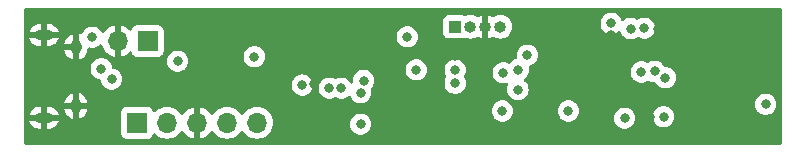
<source format=gbr>
%TF.GenerationSoftware,KiCad,Pcbnew,7.0.9*%
%TF.CreationDate,2023-12-22T19:30:16+01:00*%
%TF.ProjectId,Prj_4_Feranec_Controller,50726a5f-345f-4466-9572-616e65635f43,rev?*%
%TF.SameCoordinates,Original*%
%TF.FileFunction,Copper,L2,Inr*%
%TF.FilePolarity,Positive*%
%FSLAX46Y46*%
G04 Gerber Fmt 4.6, Leading zero omitted, Abs format (unit mm)*
G04 Created by KiCad (PCBNEW 7.0.9) date 2023-12-22 19:30:16*
%MOMM*%
%LPD*%
G01*
G04 APERTURE LIST*
%TA.AperFunction,ComponentPad*%
%ADD10O,1.550000X0.890000*%
%TD*%
%TA.AperFunction,ComponentPad*%
%ADD11O,0.950000X1.250000*%
%TD*%
%TA.AperFunction,ComponentPad*%
%ADD12R,1.000000X1.000000*%
%TD*%
%TA.AperFunction,ComponentPad*%
%ADD13O,1.000000X1.000000*%
%TD*%
%TA.AperFunction,ComponentPad*%
%ADD14R,1.700000X1.700000*%
%TD*%
%TA.AperFunction,ComponentPad*%
%ADD15O,1.700000X1.700000*%
%TD*%
%TA.AperFunction,ViaPad*%
%ADD16C,0.800000*%
%TD*%
G04 APERTURE END LIST*
D10*
%TO.N,GND*%
%TO.C,USB1*%
X136000000Y-59000000D03*
D11*
X138700000Y-60000000D03*
X138700000Y-65000000D03*
D10*
X136000000Y-66000000D03*
%TD*%
D12*
%TO.N,/I2C1_SDA*%
%TO.C,H3*%
X170817000Y-58293000D03*
D13*
%TO.N,/I2C1_SCL*%
X172087000Y-58293000D03*
%TO.N,GND*%
X173357000Y-58293000D03*
%TO.N,/BUTTON*%
X174627000Y-58293000D03*
%TD*%
D14*
%TO.N,Net-(H2-Pin_1)*%
%TO.C,H2*%
X143891000Y-66421000D03*
D15*
%TO.N,+3.3V*%
X146431000Y-66421000D03*
%TO.N,GND*%
X148971000Y-66421000D03*
%TO.N,/ICSPDAT*%
X151511000Y-66421000D03*
%TO.N,/ICSPCLK*%
X154051000Y-66421000D03*
%TD*%
D14*
%TO.N,/+VBAT*%
%TO.C,H1*%
X144770000Y-59500000D03*
D15*
%TO.N,GND*%
X142230000Y-59500000D03*
%TD*%
D16*
%TO.N,GND*%
X168986200Y-65735200D03*
%TO.N,/I2C1_SCL*%
X176174400Y-61925200D03*
%TO.N,/I2C1_SDA*%
X174802800Y-65428000D03*
%TO.N,/+VIN*%
X197104000Y-64867000D03*
X157863731Y-63242840D03*
%TO.N,/I2C1_SDA*%
X180390800Y-65430400D03*
%TO.N,+3.3V*%
X187701785Y-62084501D03*
%TO.N,/LED_G*%
X188468000Y-65913000D03*
%TO.N,/LED_R*%
X184024423Y-58009671D03*
%TO.N,+3.3V*%
X185166000Y-66040000D03*
%TO.N,GND*%
X148209000Y-62230000D03*
%TO.N,/+5V_USB*%
X141732000Y-62738000D03*
%TO.N,Net-(USB1-D-)*%
X140843000Y-61849000D03*
X153797000Y-60833000D03*
%TO.N,/+5V_USB*%
X140081000Y-59182000D03*
%TO.N,/LED_R*%
X162814000Y-63881000D03*
%TO.N,/LED_G*%
X162814000Y-66548000D03*
%TO.N,/LED_B*%
X163068684Y-62859687D03*
X188595000Y-62611000D03*
%TO.N,GND*%
X187960000Y-58450000D03*
X187325000Y-65913000D03*
%TO.N,/INT*%
X186563000Y-62133000D03*
%TO.N,+3.3V*%
X186817000Y-58420000D03*
%TO.N,/I2C1_SCL*%
X185674000Y-58450000D03*
%TO.N,GND*%
X183976000Y-59008000D03*
%TO.N,+3.3V*%
X176123600Y-63614900D03*
X176936400Y-60706000D03*
%TO.N,GND*%
X184023000Y-67300500D03*
%TO.N,+3.3V*%
X166751000Y-59152000D03*
%TO.N,/INT*%
X174879000Y-62200000D03*
%TO.N,/ICSPCLK*%
X170815000Y-63089000D03*
%TO.N,/ICSPDAT*%
X170815000Y-61946000D03*
%TO.N,GND*%
X170815000Y-60803000D03*
%TO.N,Net-(H2-Pin_1)*%
X167513000Y-61946000D03*
%TO.N,GND*%
X163322000Y-58293000D03*
%TO.N,+3.3V*%
X161163000Y-63500000D03*
X160147000Y-63500000D03*
%TO.N,/+5V_USB*%
X147320000Y-61214000D03*
%TO.N,GND*%
X156845000Y-67183000D03*
X156845000Y-64516000D03*
X158877000Y-63119000D03*
X154813000Y-64516000D03*
X155194000Y-60833000D03*
%TD*%
%TA.AperFunction,Conductor*%
%TO.N,GND*%
G36*
X198436539Y-56757185D02*
G01*
X198482294Y-56809989D01*
X198493500Y-56861500D01*
X198493500Y-68155500D01*
X198473815Y-68222539D01*
X198421011Y-68268294D01*
X198369500Y-68279500D01*
X134424500Y-68279500D01*
X134357461Y-68259815D01*
X134311706Y-68207011D01*
X134300500Y-68155500D01*
X134300500Y-67318870D01*
X142540500Y-67318870D01*
X142540501Y-67318876D01*
X142546908Y-67378483D01*
X142597202Y-67513328D01*
X142597206Y-67513335D01*
X142683452Y-67628544D01*
X142683455Y-67628547D01*
X142798664Y-67714793D01*
X142798671Y-67714797D01*
X142933517Y-67765091D01*
X142933516Y-67765091D01*
X142940444Y-67765835D01*
X142993127Y-67771500D01*
X144788872Y-67771499D01*
X144848483Y-67765091D01*
X144983331Y-67714796D01*
X145098546Y-67628546D01*
X145184796Y-67513331D01*
X145233810Y-67381916D01*
X145275681Y-67325984D01*
X145341145Y-67301566D01*
X145409418Y-67316417D01*
X145437673Y-67337569D01*
X145559599Y-67459495D01*
X145656384Y-67527265D01*
X145753165Y-67595032D01*
X145753167Y-67595033D01*
X145753170Y-67595035D01*
X145967337Y-67694903D01*
X146195592Y-67756063D01*
X146372034Y-67771500D01*
X146430999Y-67776659D01*
X146431000Y-67776659D01*
X146431001Y-67776659D01*
X146489966Y-67771500D01*
X146666408Y-67756063D01*
X146894663Y-67694903D01*
X147108830Y-67595035D01*
X147302401Y-67459495D01*
X147469495Y-67292401D01*
X147599730Y-67106405D01*
X147654307Y-67062781D01*
X147723805Y-67055587D01*
X147786160Y-67087110D01*
X147802879Y-67106405D01*
X147932890Y-67292078D01*
X148099917Y-67459105D01*
X148293421Y-67594600D01*
X148507507Y-67694429D01*
X148507516Y-67694433D01*
X148721000Y-67751634D01*
X148721000Y-66856501D01*
X148828685Y-66905680D01*
X148935237Y-66921000D01*
X149006763Y-66921000D01*
X149113315Y-66905680D01*
X149221000Y-66856501D01*
X149221000Y-67751633D01*
X149434483Y-67694433D01*
X149434492Y-67694429D01*
X149648578Y-67594600D01*
X149842082Y-67459105D01*
X150009105Y-67292082D01*
X150139119Y-67106405D01*
X150193696Y-67062781D01*
X150263195Y-67055588D01*
X150325549Y-67087110D01*
X150342269Y-67106405D01*
X150472505Y-67292401D01*
X150639599Y-67459495D01*
X150736384Y-67527265D01*
X150833165Y-67595032D01*
X150833167Y-67595033D01*
X150833170Y-67595035D01*
X151047337Y-67694903D01*
X151275592Y-67756063D01*
X151452034Y-67771500D01*
X151510999Y-67776659D01*
X151511000Y-67776659D01*
X151511001Y-67776659D01*
X151569966Y-67771500D01*
X151746408Y-67756063D01*
X151974663Y-67694903D01*
X152188830Y-67595035D01*
X152382401Y-67459495D01*
X152549495Y-67292401D01*
X152679425Y-67106842D01*
X152734002Y-67063217D01*
X152803500Y-67056023D01*
X152865855Y-67087546D01*
X152882575Y-67106842D01*
X153012500Y-67292395D01*
X153012505Y-67292401D01*
X153179599Y-67459495D01*
X153276384Y-67527265D01*
X153373165Y-67595032D01*
X153373167Y-67595033D01*
X153373170Y-67595035D01*
X153587337Y-67694903D01*
X153815592Y-67756063D01*
X153992034Y-67771500D01*
X154050999Y-67776659D01*
X154051000Y-67776659D01*
X154051001Y-67776659D01*
X154109966Y-67771500D01*
X154286408Y-67756063D01*
X154514663Y-67694903D01*
X154728830Y-67595035D01*
X154922401Y-67459495D01*
X155089495Y-67292401D01*
X155225035Y-67098830D01*
X155324903Y-66884663D01*
X155386063Y-66656408D01*
X155395548Y-66548000D01*
X161908540Y-66548000D01*
X161928326Y-66736256D01*
X161928327Y-66736259D01*
X161986818Y-66916277D01*
X161986821Y-66916284D01*
X162081467Y-67080216D01*
X162208129Y-67220888D01*
X162361265Y-67332148D01*
X162361270Y-67332151D01*
X162534192Y-67409142D01*
X162534197Y-67409144D01*
X162719354Y-67448500D01*
X162719355Y-67448500D01*
X162908644Y-67448500D01*
X162908646Y-67448500D01*
X163093803Y-67409144D01*
X163266730Y-67332151D01*
X163419871Y-67220888D01*
X163546533Y-67080216D01*
X163641179Y-66916284D01*
X163699674Y-66736256D01*
X163719460Y-66548000D01*
X163699674Y-66359744D01*
X163641179Y-66179716D01*
X163546533Y-66015784D01*
X163419871Y-65875112D01*
X163419870Y-65875111D01*
X163266734Y-65763851D01*
X163266729Y-65763848D01*
X163093807Y-65686857D01*
X163093802Y-65686855D01*
X162948001Y-65655865D01*
X162908646Y-65647500D01*
X162719354Y-65647500D01*
X162686897Y-65654398D01*
X162534197Y-65686855D01*
X162534192Y-65686857D01*
X162361270Y-65763848D01*
X162361265Y-65763851D01*
X162208129Y-65875111D01*
X162081466Y-66015785D01*
X161986821Y-66179715D01*
X161986818Y-66179722D01*
X161938025Y-66329893D01*
X161928326Y-66359744D01*
X161908540Y-66548000D01*
X155395548Y-66548000D01*
X155406659Y-66421000D01*
X155405546Y-66408284D01*
X155395333Y-66291544D01*
X155386063Y-66185592D01*
X155331429Y-65981693D01*
X155324905Y-65957344D01*
X155324904Y-65957343D01*
X155324903Y-65957337D01*
X155225035Y-65743171D01*
X155219731Y-65735595D01*
X155089494Y-65549597D01*
X154967896Y-65428000D01*
X173897340Y-65428000D01*
X173917126Y-65616256D01*
X173917127Y-65616259D01*
X173975618Y-65796277D01*
X173975621Y-65796284D01*
X174070267Y-65960216D01*
X174142105Y-66040000D01*
X174196929Y-66100888D01*
X174350065Y-66212148D01*
X174350070Y-66212151D01*
X174522992Y-66289142D01*
X174522997Y-66289144D01*
X174708154Y-66328500D01*
X174708155Y-66328500D01*
X174897444Y-66328500D01*
X174897446Y-66328500D01*
X175082603Y-66289144D01*
X175255530Y-66212151D01*
X175408671Y-66100888D01*
X175535333Y-65960216D01*
X175629979Y-65796284D01*
X175688474Y-65616256D01*
X175708008Y-65430400D01*
X179485340Y-65430400D01*
X179505126Y-65618656D01*
X179505127Y-65618659D01*
X179563618Y-65798677D01*
X179563621Y-65798684D01*
X179658267Y-65962616D01*
X179727944Y-66040000D01*
X179784929Y-66103288D01*
X179938065Y-66214548D01*
X179938070Y-66214551D01*
X180110992Y-66291542D01*
X180110997Y-66291544D01*
X180296154Y-66330900D01*
X180296155Y-66330900D01*
X180485444Y-66330900D01*
X180485446Y-66330900D01*
X180670603Y-66291544D01*
X180843530Y-66214551D01*
X180996671Y-66103288D01*
X181053656Y-66040000D01*
X184260540Y-66040000D01*
X184280326Y-66228256D01*
X184280327Y-66228259D01*
X184338818Y-66408277D01*
X184338821Y-66408284D01*
X184433467Y-66572216D01*
X184507494Y-66654431D01*
X184560129Y-66712888D01*
X184713265Y-66824148D01*
X184713270Y-66824151D01*
X184886192Y-66901142D01*
X184886197Y-66901144D01*
X185071354Y-66940500D01*
X185071355Y-66940500D01*
X185260644Y-66940500D01*
X185260646Y-66940500D01*
X185445803Y-66901144D01*
X185618730Y-66824151D01*
X185771871Y-66712888D01*
X185898533Y-66572216D01*
X185993179Y-66408284D01*
X186051674Y-66228256D01*
X186071460Y-66040000D01*
X186058112Y-65913000D01*
X187562540Y-65913000D01*
X187582326Y-66101256D01*
X187582327Y-66101259D01*
X187640818Y-66281277D01*
X187640821Y-66281284D01*
X187735467Y-66445216D01*
X187849817Y-66572214D01*
X187862129Y-66585888D01*
X188015265Y-66697148D01*
X188015270Y-66697151D01*
X188188192Y-66774142D01*
X188188197Y-66774144D01*
X188373354Y-66813500D01*
X188373355Y-66813500D01*
X188562644Y-66813500D01*
X188562646Y-66813500D01*
X188747803Y-66774144D01*
X188920730Y-66697151D01*
X189073871Y-66585888D01*
X189200533Y-66445216D01*
X189295179Y-66281284D01*
X189353674Y-66101256D01*
X189373460Y-65913000D01*
X189353674Y-65724744D01*
X189295179Y-65544716D01*
X189200533Y-65380784D01*
X189073871Y-65240112D01*
X189073870Y-65240111D01*
X188920734Y-65128851D01*
X188920729Y-65128848D01*
X188747807Y-65051857D01*
X188747802Y-65051855D01*
X188602001Y-65020865D01*
X188562646Y-65012500D01*
X188373354Y-65012500D01*
X188340897Y-65019398D01*
X188188197Y-65051855D01*
X188188192Y-65051857D01*
X188015270Y-65128848D01*
X188015265Y-65128851D01*
X187862129Y-65240111D01*
X187735466Y-65380785D01*
X187640821Y-65544715D01*
X187640818Y-65544722D01*
X187582327Y-65724740D01*
X187582326Y-65724744D01*
X187562540Y-65913000D01*
X186058112Y-65913000D01*
X186051674Y-65851744D01*
X185993179Y-65671716D01*
X185898533Y-65507784D01*
X185771871Y-65367112D01*
X185745929Y-65348264D01*
X185618734Y-65255851D01*
X185618729Y-65255848D01*
X185445807Y-65178857D01*
X185445802Y-65178855D01*
X185296373Y-65147094D01*
X185260646Y-65139500D01*
X185071354Y-65139500D01*
X185038897Y-65146398D01*
X184886197Y-65178855D01*
X184886192Y-65178857D01*
X184713270Y-65255848D01*
X184713265Y-65255851D01*
X184560129Y-65367111D01*
X184433466Y-65507785D01*
X184338821Y-65671715D01*
X184338818Y-65671722D01*
X184297566Y-65798684D01*
X184280326Y-65851744D01*
X184260540Y-66040000D01*
X181053656Y-66040000D01*
X181123333Y-65962616D01*
X181217979Y-65798684D01*
X181276474Y-65618656D01*
X181296260Y-65430400D01*
X181276474Y-65242144D01*
X181217979Y-65062116D01*
X181123333Y-64898184D01*
X181095255Y-64867000D01*
X196198540Y-64867000D01*
X196218326Y-65055256D01*
X196218327Y-65055259D01*
X196276818Y-65235277D01*
X196276821Y-65235284D01*
X196371467Y-65399216D01*
X196491864Y-65532930D01*
X196498129Y-65539888D01*
X196651265Y-65651148D01*
X196651270Y-65651151D01*
X196824192Y-65728142D01*
X196824197Y-65728144D01*
X197009354Y-65767500D01*
X197009355Y-65767500D01*
X197198644Y-65767500D01*
X197198646Y-65767500D01*
X197383803Y-65728144D01*
X197556730Y-65651151D01*
X197709871Y-65539888D01*
X197836533Y-65399216D01*
X197931179Y-65235284D01*
X197989674Y-65055256D01*
X198009460Y-64867000D01*
X197989674Y-64678744D01*
X197931179Y-64498716D01*
X197836533Y-64334784D01*
X197709871Y-64194112D01*
X197680659Y-64172888D01*
X197556734Y-64082851D01*
X197556729Y-64082848D01*
X197383807Y-64005857D01*
X197383802Y-64005855D01*
X197215705Y-63970126D01*
X197198646Y-63966500D01*
X197009354Y-63966500D01*
X196992295Y-63970126D01*
X196824197Y-64005855D01*
X196824192Y-64005857D01*
X196651270Y-64082848D01*
X196651265Y-64082851D01*
X196498129Y-64194111D01*
X196371466Y-64334785D01*
X196276821Y-64498715D01*
X196276818Y-64498722D01*
X196218327Y-64678740D01*
X196218326Y-64678744D01*
X196198540Y-64867000D01*
X181095255Y-64867000D01*
X180996671Y-64757512D01*
X180993368Y-64755112D01*
X180843534Y-64646251D01*
X180843529Y-64646248D01*
X180670607Y-64569257D01*
X180670602Y-64569255D01*
X180524801Y-64538265D01*
X180485446Y-64529900D01*
X180296154Y-64529900D01*
X180263697Y-64536798D01*
X180110997Y-64569255D01*
X180110992Y-64569257D01*
X179938070Y-64646248D01*
X179938065Y-64646251D01*
X179784929Y-64757511D01*
X179658266Y-64898185D01*
X179563621Y-65062115D01*
X179563618Y-65062122D01*
X179505786Y-65240112D01*
X179505126Y-65242144D01*
X179485340Y-65430400D01*
X175708008Y-65430400D01*
X175708260Y-65428000D01*
X175688474Y-65239744D01*
X175630759Y-65062116D01*
X175629981Y-65059722D01*
X175629980Y-65059721D01*
X175629979Y-65059716D01*
X175535333Y-64895784D01*
X175408671Y-64755112D01*
X175401634Y-64749999D01*
X175255534Y-64643851D01*
X175255529Y-64643848D01*
X175082607Y-64566857D01*
X175082602Y-64566855D01*
X174936801Y-64535865D01*
X174897446Y-64527500D01*
X174708154Y-64527500D01*
X174696863Y-64529900D01*
X174522997Y-64566855D01*
X174522992Y-64566857D01*
X174350070Y-64643848D01*
X174350065Y-64643851D01*
X174196929Y-64755111D01*
X174070266Y-64895785D01*
X173975621Y-65059715D01*
X173975618Y-65059722D01*
X173918577Y-65235277D01*
X173917126Y-65239744D01*
X173897340Y-65428000D01*
X154967896Y-65428000D01*
X154922402Y-65382506D01*
X154922395Y-65382501D01*
X154919944Y-65380785D01*
X154845518Y-65328671D01*
X154728834Y-65246967D01*
X154728830Y-65246965D01*
X154714132Y-65240111D01*
X154514663Y-65147097D01*
X154514659Y-65147096D01*
X154514655Y-65147094D01*
X154286413Y-65085938D01*
X154286403Y-65085936D01*
X154051001Y-65065341D01*
X154050999Y-65065341D01*
X153815596Y-65085936D01*
X153815586Y-65085938D01*
X153587344Y-65147094D01*
X153587335Y-65147098D01*
X153373171Y-65246964D01*
X153373169Y-65246965D01*
X153179597Y-65382505D01*
X153012505Y-65549597D01*
X152882575Y-65735158D01*
X152827998Y-65778783D01*
X152758500Y-65785977D01*
X152696145Y-65754454D01*
X152679425Y-65735158D01*
X152549494Y-65549597D01*
X152382402Y-65382506D01*
X152382395Y-65382501D01*
X152379944Y-65380785D01*
X152305518Y-65328671D01*
X152188834Y-65246967D01*
X152188830Y-65246965D01*
X152174132Y-65240111D01*
X151974663Y-65147097D01*
X151974659Y-65147096D01*
X151974655Y-65147094D01*
X151746413Y-65085938D01*
X151746403Y-65085936D01*
X151511001Y-65065341D01*
X151510999Y-65065341D01*
X151275596Y-65085936D01*
X151275586Y-65085938D01*
X151047344Y-65147094D01*
X151047335Y-65147098D01*
X150833171Y-65246964D01*
X150833169Y-65246965D01*
X150639597Y-65382505D01*
X150472508Y-65549594D01*
X150342269Y-65735595D01*
X150287692Y-65779219D01*
X150218193Y-65786412D01*
X150155839Y-65754890D01*
X150139119Y-65735594D01*
X150009113Y-65549926D01*
X150009108Y-65549920D01*
X149842082Y-65382894D01*
X149648578Y-65247399D01*
X149434492Y-65147570D01*
X149434486Y-65147567D01*
X149221000Y-65090364D01*
X149221000Y-65985498D01*
X149113315Y-65936320D01*
X149006763Y-65921000D01*
X148935237Y-65921000D01*
X148828685Y-65936320D01*
X148721000Y-65985498D01*
X148721000Y-65090364D01*
X148720999Y-65090364D01*
X148507513Y-65147567D01*
X148507507Y-65147570D01*
X148293422Y-65247399D01*
X148293420Y-65247400D01*
X148099926Y-65382886D01*
X148099920Y-65382891D01*
X147932891Y-65549920D01*
X147932890Y-65549922D01*
X147802880Y-65735595D01*
X147748303Y-65779219D01*
X147678804Y-65786412D01*
X147616450Y-65754890D01*
X147599730Y-65735594D01*
X147469494Y-65549597D01*
X147302402Y-65382506D01*
X147302395Y-65382501D01*
X147299944Y-65380785D01*
X147225518Y-65328671D01*
X147108834Y-65246967D01*
X147108830Y-65246965D01*
X147094132Y-65240111D01*
X146894663Y-65147097D01*
X146894659Y-65147096D01*
X146894655Y-65147094D01*
X146666413Y-65085938D01*
X146666403Y-65085936D01*
X146431001Y-65065341D01*
X146430999Y-65065341D01*
X146195596Y-65085936D01*
X146195586Y-65085938D01*
X145967344Y-65147094D01*
X145967335Y-65147098D01*
X145753171Y-65246964D01*
X145753169Y-65246965D01*
X145559600Y-65382503D01*
X145437673Y-65504430D01*
X145376350Y-65537914D01*
X145306658Y-65532930D01*
X145250725Y-65491058D01*
X145233810Y-65460081D01*
X145184797Y-65328671D01*
X145184793Y-65328664D01*
X145098547Y-65213455D01*
X145098544Y-65213452D01*
X144983335Y-65127206D01*
X144983328Y-65127202D01*
X144848482Y-65076908D01*
X144848483Y-65076908D01*
X144788883Y-65070501D01*
X144788881Y-65070500D01*
X144788873Y-65070500D01*
X144788864Y-65070500D01*
X142993129Y-65070500D01*
X142993123Y-65070501D01*
X142933516Y-65076908D01*
X142798671Y-65127202D01*
X142798664Y-65127206D01*
X142683455Y-65213452D01*
X142683452Y-65213455D01*
X142597206Y-65328664D01*
X142597202Y-65328671D01*
X142546908Y-65463517D01*
X142540501Y-65523116D01*
X142540500Y-65523135D01*
X142540500Y-67318870D01*
X134300500Y-67318870D01*
X134300500Y-66250000D01*
X134754862Y-66250000D01*
X134817198Y-66418314D01*
X134817202Y-66418323D01*
X134918859Y-66581419D01*
X134918864Y-66581424D01*
X135051274Y-66720720D01*
X135209025Y-66830518D01*
X135385642Y-66906310D01*
X135573903Y-66945000D01*
X135750000Y-66945000D01*
X135750000Y-66250000D01*
X136250000Y-66250000D01*
X136250000Y-66945000D01*
X136377921Y-66945000D01*
X136521209Y-66930429D01*
X136704579Y-66872896D01*
X136704589Y-66872891D01*
X136872633Y-66779619D01*
X136872634Y-66779619D01*
X137018460Y-66654432D01*
X137018461Y-66654431D01*
X137136102Y-66502451D01*
X137136104Y-66502447D01*
X137220745Y-66329893D01*
X137241432Y-66250000D01*
X136349624Y-66250000D01*
X136422545Y-66235495D01*
X136505240Y-66180240D01*
X136560495Y-66097545D01*
X136579898Y-66000000D01*
X136560495Y-65902455D01*
X136505240Y-65819760D01*
X136422545Y-65764505D01*
X136349624Y-65750000D01*
X137245138Y-65750000D01*
X137182801Y-65581685D01*
X137182797Y-65581676D01*
X137081140Y-65418580D01*
X137081135Y-65418575D01*
X136948725Y-65279279D01*
X136790974Y-65169481D01*
X136614357Y-65093689D01*
X136426097Y-65055000D01*
X136250000Y-65055000D01*
X136250000Y-65750000D01*
X135750000Y-65750000D01*
X135750000Y-65055000D01*
X135622079Y-65055000D01*
X135478790Y-65069570D01*
X135295420Y-65127103D01*
X135295410Y-65127108D01*
X135127366Y-65220380D01*
X135127365Y-65220380D01*
X134981539Y-65345567D01*
X134981538Y-65345568D01*
X134863897Y-65497548D01*
X134863895Y-65497552D01*
X134779254Y-65670106D01*
X134758568Y-65750000D01*
X135650376Y-65750000D01*
X135577455Y-65764505D01*
X135494760Y-65819760D01*
X135439505Y-65902455D01*
X135420102Y-66000000D01*
X135439505Y-66097545D01*
X135494760Y-66180240D01*
X135577455Y-66235495D01*
X135650376Y-66250000D01*
X134754862Y-66250000D01*
X134300500Y-66250000D01*
X134300500Y-64750000D01*
X137725175Y-64750000D01*
X138439503Y-64750000D01*
X138425000Y-64822912D01*
X138425000Y-65177088D01*
X138439503Y-65250000D01*
X137730141Y-65250000D01*
X137740032Y-65347279D01*
X137799392Y-65536471D01*
X137799399Y-65536486D01*
X137895627Y-65709856D01*
X137895630Y-65709861D01*
X138024791Y-65860315D01*
X138024792Y-65860317D01*
X138181597Y-65981693D01*
X138181601Y-65981695D01*
X138359629Y-66069022D01*
X138449999Y-66092420D01*
X138450000Y-66092420D01*
X138450000Y-65270836D01*
X138501736Y-65348264D01*
X138592700Y-65409045D01*
X138700000Y-65430388D01*
X138807300Y-65409045D01*
X138898264Y-65348264D01*
X138950000Y-65270836D01*
X138950000Y-66097130D01*
X139131591Y-66029877D01*
X139131598Y-66029873D01*
X139299883Y-65924980D01*
X139443601Y-65788366D01*
X139443602Y-65788364D01*
X139556884Y-65625609D01*
X139635082Y-65443384D01*
X139674825Y-65250000D01*
X138960497Y-65250000D01*
X138975000Y-65177088D01*
X138975000Y-64822912D01*
X138960497Y-64750000D01*
X139669858Y-64750000D01*
X139669858Y-64749999D01*
X139659967Y-64652720D01*
X139600607Y-64463528D01*
X139600600Y-64463513D01*
X139504372Y-64290143D01*
X139504369Y-64290138D01*
X139375208Y-64139684D01*
X139375207Y-64139682D01*
X139218402Y-64018306D01*
X139218398Y-64018304D01*
X139040366Y-63930976D01*
X138950000Y-63907577D01*
X138950000Y-64729163D01*
X138898264Y-64651736D01*
X138807300Y-64590955D01*
X138700000Y-64569612D01*
X138592700Y-64590955D01*
X138501736Y-64651736D01*
X138450000Y-64729163D01*
X138450000Y-63902869D01*
X138449999Y-63902869D01*
X138268405Y-63970124D01*
X138268401Y-63970126D01*
X138100116Y-64075019D01*
X137956398Y-64211633D01*
X137956397Y-64211635D01*
X137843115Y-64374390D01*
X137764917Y-64556615D01*
X137725175Y-64749999D01*
X137725175Y-64750000D01*
X134300500Y-64750000D01*
X134300500Y-61849000D01*
X139937540Y-61849000D01*
X139957326Y-62037256D01*
X139957327Y-62037259D01*
X140015818Y-62217277D01*
X140015821Y-62217284D01*
X140110467Y-62381216D01*
X140209679Y-62491402D01*
X140237129Y-62521888D01*
X140390265Y-62633148D01*
X140390270Y-62633151D01*
X140563192Y-62710142D01*
X140563193Y-62710142D01*
X140563197Y-62710144D01*
X140741439Y-62748030D01*
X140802921Y-62781222D01*
X140836698Y-62842385D01*
X140838979Y-62856353D01*
X140846326Y-62926256D01*
X140846327Y-62926259D01*
X140904818Y-63106277D01*
X140904821Y-63106284D01*
X140999467Y-63270216D01*
X141108340Y-63391131D01*
X141126129Y-63410888D01*
X141279265Y-63522148D01*
X141279270Y-63522151D01*
X141452192Y-63599142D01*
X141452197Y-63599144D01*
X141637354Y-63638500D01*
X141637355Y-63638500D01*
X141826644Y-63638500D01*
X141826646Y-63638500D01*
X142011803Y-63599144D01*
X142184730Y-63522151D01*
X142337871Y-63410888D01*
X142464533Y-63270216D01*
X142480339Y-63242840D01*
X156958271Y-63242840D01*
X156978057Y-63431096D01*
X156978058Y-63431099D01*
X157036549Y-63611117D01*
X157036552Y-63611124D01*
X157131198Y-63775056D01*
X157226591Y-63881000D01*
X157257860Y-63915728D01*
X157410996Y-64026988D01*
X157411001Y-64026991D01*
X157583923Y-64103982D01*
X157583928Y-64103984D01*
X157769085Y-64143340D01*
X157769086Y-64143340D01*
X157958375Y-64143340D01*
X157958377Y-64143340D01*
X158143534Y-64103984D01*
X158316461Y-64026991D01*
X158469602Y-63915728D01*
X158596264Y-63775056D01*
X158690910Y-63611124D01*
X158727017Y-63500000D01*
X159241540Y-63500000D01*
X159261326Y-63688256D01*
X159261327Y-63688259D01*
X159319818Y-63868277D01*
X159319821Y-63868284D01*
X159414467Y-64032216D01*
X159509930Y-64138238D01*
X159541129Y-64172888D01*
X159694265Y-64284148D01*
X159694270Y-64284151D01*
X159867192Y-64361142D01*
X159867197Y-64361144D01*
X160052354Y-64400500D01*
X160052355Y-64400500D01*
X160241644Y-64400500D01*
X160241646Y-64400500D01*
X160426803Y-64361144D01*
X160599730Y-64284151D01*
X160599734Y-64284148D01*
X160604563Y-64281998D01*
X160673813Y-64272712D01*
X160705437Y-64281998D01*
X160710265Y-64284148D01*
X160710270Y-64284151D01*
X160883197Y-64361144D01*
X161068354Y-64400500D01*
X161068355Y-64400500D01*
X161257644Y-64400500D01*
X161257646Y-64400500D01*
X161442803Y-64361144D01*
X161615730Y-64284151D01*
X161768871Y-64172888D01*
X161768875Y-64172883D01*
X161773700Y-64168540D01*
X161775011Y-64169996D01*
X161826546Y-64138238D01*
X161896403Y-64139560D01*
X161954456Y-64178439D01*
X161977155Y-64219536D01*
X161986819Y-64249280D01*
X161986821Y-64249284D01*
X162081467Y-64413216D01*
X162138036Y-64476042D01*
X162208129Y-64553888D01*
X162361265Y-64665148D01*
X162361270Y-64665151D01*
X162534192Y-64742142D01*
X162534197Y-64742144D01*
X162719354Y-64781500D01*
X162719355Y-64781500D01*
X162908644Y-64781500D01*
X162908646Y-64781500D01*
X163093803Y-64742144D01*
X163266730Y-64665151D01*
X163419871Y-64553888D01*
X163546533Y-64413216D01*
X163641179Y-64249284D01*
X163699674Y-64069256D01*
X163719460Y-63881000D01*
X163699674Y-63692744D01*
X163676892Y-63622632D01*
X163674897Y-63552794D01*
X163702672Y-63501347D01*
X163801217Y-63391903D01*
X163801218Y-63391900D01*
X163801220Y-63391899D01*
X163863579Y-63283888D01*
X163895863Y-63227971D01*
X163941018Y-63089000D01*
X169909540Y-63089000D01*
X169929326Y-63277256D01*
X169929327Y-63277259D01*
X169987818Y-63457277D01*
X169987821Y-63457284D01*
X170082467Y-63621216D01*
X170209129Y-63761888D01*
X170362265Y-63873148D01*
X170362270Y-63873151D01*
X170535192Y-63950142D01*
X170535197Y-63950144D01*
X170720354Y-63989500D01*
X170720355Y-63989500D01*
X170909644Y-63989500D01*
X170909646Y-63989500D01*
X171094803Y-63950144D01*
X171267730Y-63873151D01*
X171420871Y-63761888D01*
X171547533Y-63621216D01*
X171642179Y-63457284D01*
X171700674Y-63277256D01*
X171720460Y-63089000D01*
X171700674Y-62900744D01*
X171642179Y-62720716D01*
X171560647Y-62579499D01*
X171544175Y-62511600D01*
X171560648Y-62455500D01*
X171642179Y-62314284D01*
X171679312Y-62200000D01*
X173973540Y-62200000D01*
X173993326Y-62388256D01*
X173993327Y-62388259D01*
X174051818Y-62568277D01*
X174051821Y-62568284D01*
X174146467Y-62732216D01*
X174231911Y-62827111D01*
X174273129Y-62872888D01*
X174426265Y-62984148D01*
X174426270Y-62984151D01*
X174599192Y-63061142D01*
X174599197Y-63061144D01*
X174784354Y-63100500D01*
X174784355Y-63100500D01*
X174973644Y-63100500D01*
X174973646Y-63100500D01*
X175150782Y-63062849D01*
X175165160Y-63059793D01*
X175165809Y-63062849D01*
X175221937Y-63060924D01*
X175281976Y-63096659D01*
X175313164Y-63159182D01*
X175305599Y-63228641D01*
X175298498Y-63243018D01*
X175296422Y-63246614D01*
X175296418Y-63246622D01*
X175243045Y-63410888D01*
X175237926Y-63426644D01*
X175218140Y-63614900D01*
X175237926Y-63803156D01*
X175237927Y-63803159D01*
X175296418Y-63983177D01*
X175296421Y-63983184D01*
X175391067Y-64147116D01*
X175512516Y-64281998D01*
X175517729Y-64287788D01*
X175670865Y-64399048D01*
X175670870Y-64399051D01*
X175843792Y-64476042D01*
X175843797Y-64476044D01*
X176028954Y-64515400D01*
X176028955Y-64515400D01*
X176218244Y-64515400D01*
X176218246Y-64515400D01*
X176403403Y-64476044D01*
X176576330Y-64399051D01*
X176729471Y-64287788D01*
X176856133Y-64147116D01*
X176950779Y-63983184D01*
X177009274Y-63803156D01*
X177029060Y-63614900D01*
X177009274Y-63426644D01*
X176950779Y-63246616D01*
X176856133Y-63082684D01*
X176729471Y-62942012D01*
X176656261Y-62888822D01*
X176613595Y-62833492D01*
X176607616Y-62763879D01*
X176640221Y-62702084D01*
X176656261Y-62688186D01*
X176780271Y-62598088D01*
X176906933Y-62457416D01*
X177001579Y-62293484D01*
X177053724Y-62133000D01*
X185657540Y-62133000D01*
X185677326Y-62321256D01*
X185677327Y-62321259D01*
X185735818Y-62501277D01*
X185735821Y-62501284D01*
X185830467Y-62665216D01*
X185906357Y-62749500D01*
X185957129Y-62805888D01*
X186110265Y-62917148D01*
X186110270Y-62917151D01*
X186283192Y-62994142D01*
X186283197Y-62994144D01*
X186468354Y-63033500D01*
X186468355Y-63033500D01*
X186657644Y-63033500D01*
X186657646Y-63033500D01*
X186842803Y-62994144D01*
X187015730Y-62917151D01*
X187092884Y-62861094D01*
X187158687Y-62837615D01*
X187226741Y-62853440D01*
X187238654Y-62861095D01*
X187249055Y-62868652D01*
X187421977Y-62945643D01*
X187421982Y-62945645D01*
X187607139Y-62985001D01*
X187699530Y-62985001D01*
X187766569Y-63004686D01*
X187806917Y-63047001D01*
X187862465Y-63143214D01*
X187989129Y-63283888D01*
X188142265Y-63395148D01*
X188142270Y-63395151D01*
X188315192Y-63472142D01*
X188315197Y-63472144D01*
X188500354Y-63511500D01*
X188500355Y-63511500D01*
X188689644Y-63511500D01*
X188689646Y-63511500D01*
X188874803Y-63472144D01*
X189047730Y-63395151D01*
X189200871Y-63283888D01*
X189327533Y-63143216D01*
X189422179Y-62979284D01*
X189480674Y-62799256D01*
X189500460Y-62611000D01*
X189480674Y-62422744D01*
X189422179Y-62242716D01*
X189327533Y-62078784D01*
X189200871Y-61938112D01*
X189200870Y-61938111D01*
X189047734Y-61826851D01*
X189047729Y-61826848D01*
X188874807Y-61749857D01*
X188874802Y-61749855D01*
X188729001Y-61718865D01*
X188689646Y-61710500D01*
X188689645Y-61710500D01*
X188597255Y-61710500D01*
X188530216Y-61690815D01*
X188489868Y-61648500D01*
X188434319Y-61552286D01*
X188311469Y-61415848D01*
X188307656Y-61411613D01*
X188302222Y-61407665D01*
X188154519Y-61300352D01*
X188154514Y-61300349D01*
X187981592Y-61223358D01*
X187981587Y-61223356D01*
X187835786Y-61192366D01*
X187796431Y-61184001D01*
X187607139Y-61184001D01*
X187574682Y-61190899D01*
X187421982Y-61223356D01*
X187421977Y-61223358D01*
X187249055Y-61300349D01*
X187249051Y-61300352D01*
X187171899Y-61356405D01*
X187106092Y-61379884D01*
X187038039Y-61364058D01*
X187026132Y-61356406D01*
X187019488Y-61351579D01*
X187015730Y-61348849D01*
X187015729Y-61348848D01*
X186842807Y-61271857D01*
X186842802Y-61271855D01*
X186684528Y-61238214D01*
X186657646Y-61232500D01*
X186468354Y-61232500D01*
X186441476Y-61238213D01*
X186283197Y-61271855D01*
X186283192Y-61271857D01*
X186110270Y-61348848D01*
X186110265Y-61348851D01*
X185957129Y-61460111D01*
X185830466Y-61600785D01*
X185735821Y-61764715D01*
X185735818Y-61764722D01*
X185683676Y-61925200D01*
X185677326Y-61944744D01*
X185657540Y-62133000D01*
X177053724Y-62133000D01*
X177060074Y-62113456D01*
X177079860Y-61925200D01*
X177060074Y-61736944D01*
X177060071Y-61736937D01*
X177058722Y-61730583D01*
X177060827Y-61730135D01*
X177059109Y-61670309D01*
X177095180Y-61610470D01*
X177153260Y-61580523D01*
X177166470Y-61577715D01*
X177216203Y-61567144D01*
X177389130Y-61490151D01*
X177542271Y-61378888D01*
X177668933Y-61238216D01*
X177677513Y-61223356D01*
X177700234Y-61184001D01*
X177763579Y-61074284D01*
X177822074Y-60894256D01*
X177841860Y-60706000D01*
X177822074Y-60517744D01*
X177763579Y-60337716D01*
X177668933Y-60173784D01*
X177542271Y-60033112D01*
X177542270Y-60033111D01*
X177389134Y-59921851D01*
X177389129Y-59921848D01*
X177216207Y-59844857D01*
X177216202Y-59844855D01*
X177070401Y-59813865D01*
X177031046Y-59805500D01*
X176841754Y-59805500D01*
X176809297Y-59812398D01*
X176656597Y-59844855D01*
X176656592Y-59844857D01*
X176483670Y-59921848D01*
X176483665Y-59921851D01*
X176330529Y-60033111D01*
X176203866Y-60173785D01*
X176109221Y-60337715D01*
X176109218Y-60337722D01*
X176050727Y-60517740D01*
X176050726Y-60517744D01*
X176030940Y-60706000D01*
X176046127Y-60850500D01*
X176050727Y-60894261D01*
X176052078Y-60900617D01*
X176049976Y-60901063D01*
X176051684Y-60960915D01*
X176015600Y-61020746D01*
X175957541Y-61050676D01*
X175894596Y-61064056D01*
X175894592Y-61064057D01*
X175721670Y-61141048D01*
X175721665Y-61141051D01*
X175568532Y-61252309D01*
X175568529Y-61252311D01*
X175568529Y-61252312D01*
X175455936Y-61377359D01*
X175396449Y-61414007D01*
X175326592Y-61412676D01*
X175313350Y-61407665D01*
X175158807Y-61338857D01*
X175158802Y-61338855D01*
X175013001Y-61307865D01*
X174973646Y-61299500D01*
X174784354Y-61299500D01*
X174780346Y-61300352D01*
X174599197Y-61338855D01*
X174599192Y-61338857D01*
X174426270Y-61415848D01*
X174426265Y-61415851D01*
X174273129Y-61527111D01*
X174146466Y-61667785D01*
X174051821Y-61831715D01*
X174051818Y-61831722D01*
X173997615Y-61998543D01*
X173993326Y-62011744D01*
X173973540Y-62200000D01*
X171679312Y-62200000D01*
X171700674Y-62134256D01*
X171720460Y-61946000D01*
X171700674Y-61757744D01*
X171642179Y-61577716D01*
X171547533Y-61413784D01*
X171420871Y-61273112D01*
X171419144Y-61271857D01*
X171267734Y-61161851D01*
X171267729Y-61161848D01*
X171094807Y-61084857D01*
X171094802Y-61084855D01*
X170933997Y-61050676D01*
X170909646Y-61045500D01*
X170720354Y-61045500D01*
X170696003Y-61050676D01*
X170535197Y-61084855D01*
X170535192Y-61084857D01*
X170362270Y-61161848D01*
X170362265Y-61161851D01*
X170209129Y-61273111D01*
X170082466Y-61413785D01*
X169987821Y-61577715D01*
X169987818Y-61577722D01*
X169929327Y-61757740D01*
X169929326Y-61757744D01*
X169909540Y-61946000D01*
X169929326Y-62134256D01*
X169929327Y-62134259D01*
X169987818Y-62314277D01*
X169987820Y-62314281D01*
X169987821Y-62314284D01*
X170019824Y-62369715D01*
X170069352Y-62455501D01*
X170085824Y-62523401D01*
X170069352Y-62579499D01*
X169987820Y-62720718D01*
X169987818Y-62720722D01*
X169929327Y-62900740D01*
X169929326Y-62900744D01*
X169909540Y-63089000D01*
X163941018Y-63089000D01*
X163954358Y-63047943D01*
X163974144Y-62859687D01*
X163954358Y-62671431D01*
X163895863Y-62491403D01*
X163801217Y-62327471D01*
X163674555Y-62186799D01*
X163602240Y-62134259D01*
X163521418Y-62075538D01*
X163521413Y-62075535D01*
X163348491Y-61998544D01*
X163348486Y-61998542D01*
X163202685Y-61967552D01*
X163163330Y-61959187D01*
X162974038Y-61959187D01*
X162941581Y-61966085D01*
X162788881Y-61998542D01*
X162788876Y-61998544D01*
X162615954Y-62075535D01*
X162615949Y-62075538D01*
X162462813Y-62186798D01*
X162336150Y-62327472D01*
X162241505Y-62491402D01*
X162241502Y-62491409D01*
X162193594Y-62638856D01*
X162183010Y-62671431D01*
X162163224Y-62859687D01*
X162174585Y-62967785D01*
X162175713Y-62978511D01*
X162163143Y-63047240D01*
X162115411Y-63098264D01*
X162047671Y-63115382D01*
X161981430Y-63093159D01*
X161945005Y-63053472D01*
X161910752Y-62994144D01*
X161895533Y-62967784D01*
X161768871Y-62827112D01*
X161742760Y-62808141D01*
X161615734Y-62715851D01*
X161615729Y-62715848D01*
X161442807Y-62638857D01*
X161442802Y-62638855D01*
X161297001Y-62607865D01*
X161257646Y-62599500D01*
X161068354Y-62599500D01*
X161035897Y-62606398D01*
X160883197Y-62638855D01*
X160883192Y-62638857D01*
X160705436Y-62718001D01*
X160636186Y-62727286D01*
X160604564Y-62718001D01*
X160426807Y-62638857D01*
X160426802Y-62638855D01*
X160281001Y-62607865D01*
X160241646Y-62599500D01*
X160052354Y-62599500D01*
X160019897Y-62606398D01*
X159867197Y-62638855D01*
X159867192Y-62638857D01*
X159694270Y-62715848D01*
X159694265Y-62715851D01*
X159541129Y-62827111D01*
X159414466Y-62967785D01*
X159319821Y-63131715D01*
X159319818Y-63131722D01*
X159270377Y-63283888D01*
X159261326Y-63311744D01*
X159241540Y-63500000D01*
X158727017Y-63500000D01*
X158749405Y-63431096D01*
X158769191Y-63242840D01*
X158749405Y-63054584D01*
X158690910Y-62874556D01*
X158596264Y-62710624D01*
X158469602Y-62569952D01*
X158469601Y-62569951D01*
X158316465Y-62458691D01*
X158316460Y-62458688D01*
X158143538Y-62381697D01*
X158143533Y-62381695D01*
X157997732Y-62350705D01*
X157958377Y-62342340D01*
X157769085Y-62342340D01*
X157736628Y-62349238D01*
X157583928Y-62381695D01*
X157583923Y-62381697D01*
X157411001Y-62458688D01*
X157410996Y-62458691D01*
X157257860Y-62569951D01*
X157131197Y-62710625D01*
X157036552Y-62874555D01*
X157036549Y-62874562D01*
X156980214Y-63047946D01*
X156978057Y-63054584D01*
X156958271Y-63242840D01*
X142480339Y-63242840D01*
X142559179Y-63106284D01*
X142617674Y-62926256D01*
X142637460Y-62738000D01*
X142617674Y-62549744D01*
X142559179Y-62369716D01*
X142464533Y-62205784D01*
X142337871Y-62065112D01*
X142337870Y-62065111D01*
X142184734Y-61953851D01*
X142184729Y-61953848D01*
X142011807Y-61876857D01*
X142011802Y-61876855D01*
X141833559Y-61838969D01*
X141772077Y-61805777D01*
X141738301Y-61744614D01*
X141736021Y-61730655D01*
X141728674Y-61660744D01*
X141670179Y-61480716D01*
X141575533Y-61316784D01*
X141482986Y-61214000D01*
X146414540Y-61214000D01*
X146434326Y-61402256D01*
X146434327Y-61402259D01*
X146492818Y-61582277D01*
X146492821Y-61582284D01*
X146587467Y-61746216D01*
X146705095Y-61876855D01*
X146714129Y-61886888D01*
X146867265Y-61998148D01*
X146867270Y-61998151D01*
X147040192Y-62075142D01*
X147040197Y-62075144D01*
X147225354Y-62114500D01*
X147225355Y-62114500D01*
X147414644Y-62114500D01*
X147414646Y-62114500D01*
X147599803Y-62075144D01*
X147772730Y-61998151D01*
X147844510Y-61946000D01*
X166607540Y-61946000D01*
X166627326Y-62134256D01*
X166627327Y-62134259D01*
X166685818Y-62314277D01*
X166685820Y-62314281D01*
X166685821Y-62314284D01*
X166780467Y-62478216D01*
X166861559Y-62568277D01*
X166907129Y-62618888D01*
X167060265Y-62730148D01*
X167060270Y-62730151D01*
X167233192Y-62807142D01*
X167233197Y-62807144D01*
X167418354Y-62846500D01*
X167418355Y-62846500D01*
X167607644Y-62846500D01*
X167607646Y-62846500D01*
X167792803Y-62807144D01*
X167965730Y-62730151D01*
X168118871Y-62618888D01*
X168245533Y-62478216D01*
X168340179Y-62314284D01*
X168398674Y-62134256D01*
X168418460Y-61946000D01*
X168398674Y-61757744D01*
X168340179Y-61577716D01*
X168245533Y-61413784D01*
X168118871Y-61273112D01*
X168117144Y-61271857D01*
X167965734Y-61161851D01*
X167965729Y-61161848D01*
X167792807Y-61084857D01*
X167792802Y-61084855D01*
X167631997Y-61050676D01*
X167607646Y-61045500D01*
X167418354Y-61045500D01*
X167394003Y-61050676D01*
X167233197Y-61084855D01*
X167233192Y-61084857D01*
X167060270Y-61161848D01*
X167060265Y-61161851D01*
X166907129Y-61273111D01*
X166780466Y-61413785D01*
X166685821Y-61577715D01*
X166685818Y-61577722D01*
X166627327Y-61757740D01*
X166627326Y-61757744D01*
X166607540Y-61946000D01*
X147844510Y-61946000D01*
X147925871Y-61886888D01*
X148052533Y-61746216D01*
X148147179Y-61582284D01*
X148205674Y-61402256D01*
X148225460Y-61214000D01*
X148205674Y-61025744D01*
X148147179Y-60845716D01*
X148139837Y-60833000D01*
X152891540Y-60833000D01*
X152911326Y-61021256D01*
X152911327Y-61021259D01*
X152969818Y-61201277D01*
X152969821Y-61201284D01*
X153064467Y-61365216D01*
X153176957Y-61490148D01*
X153191129Y-61505888D01*
X153344265Y-61617148D01*
X153344270Y-61617151D01*
X153517192Y-61694142D01*
X153517197Y-61694144D01*
X153702354Y-61733500D01*
X153702355Y-61733500D01*
X153891644Y-61733500D01*
X153891646Y-61733500D01*
X154076803Y-61694144D01*
X154249730Y-61617151D01*
X154402871Y-61505888D01*
X154529533Y-61365216D01*
X154624179Y-61201284D01*
X154682674Y-61021256D01*
X154702460Y-60833000D01*
X154682674Y-60644744D01*
X154624179Y-60464716D01*
X154529533Y-60300784D01*
X154402871Y-60160112D01*
X154402870Y-60160111D01*
X154249734Y-60048851D01*
X154249729Y-60048848D01*
X154076807Y-59971857D01*
X154076802Y-59971855D01*
X153931001Y-59940865D01*
X153891646Y-59932500D01*
X153702354Y-59932500D01*
X153669897Y-59939398D01*
X153517197Y-59971855D01*
X153517192Y-59971857D01*
X153344270Y-60048848D01*
X153344265Y-60048851D01*
X153191129Y-60160111D01*
X153064466Y-60300785D01*
X152969821Y-60464715D01*
X152969818Y-60464722D01*
X152917543Y-60625609D01*
X152911326Y-60644744D01*
X152891540Y-60833000D01*
X148139837Y-60833000D01*
X148052533Y-60681784D01*
X147925871Y-60541112D01*
X147925870Y-60541111D01*
X147772734Y-60429851D01*
X147772729Y-60429848D01*
X147599807Y-60352857D01*
X147599802Y-60352855D01*
X147454001Y-60321865D01*
X147414646Y-60313500D01*
X147225354Y-60313500D01*
X147192897Y-60320398D01*
X147040197Y-60352855D01*
X147040192Y-60352857D01*
X146867270Y-60429848D01*
X146867265Y-60429851D01*
X146714129Y-60541111D01*
X146587466Y-60681785D01*
X146492821Y-60845715D01*
X146492818Y-60845722D01*
X146446636Y-60987857D01*
X146434326Y-61025744D01*
X146414540Y-61214000D01*
X141482986Y-61214000D01*
X141448871Y-61176112D01*
X141448870Y-61176111D01*
X141295734Y-61064851D01*
X141295729Y-61064848D01*
X141122807Y-60987857D01*
X141122802Y-60987855D01*
X140977001Y-60956865D01*
X140937646Y-60948500D01*
X140748354Y-60948500D01*
X140715897Y-60955398D01*
X140563197Y-60987855D01*
X140563192Y-60987857D01*
X140390270Y-61064848D01*
X140390265Y-61064851D01*
X140237129Y-61176111D01*
X140110466Y-61316785D01*
X140015821Y-61480715D01*
X140015818Y-61480722D01*
X139974951Y-61606500D01*
X139957326Y-61660744D01*
X139937540Y-61849000D01*
X134300500Y-61849000D01*
X134300500Y-59250000D01*
X134754862Y-59250000D01*
X134817198Y-59418314D01*
X134817202Y-59418323D01*
X134918859Y-59581419D01*
X134918864Y-59581424D01*
X135051274Y-59720720D01*
X135209025Y-59830518D01*
X135385642Y-59906310D01*
X135573903Y-59945000D01*
X135750000Y-59945000D01*
X135750000Y-59250000D01*
X136250000Y-59250000D01*
X136250000Y-59945000D01*
X136377921Y-59945000D01*
X136521209Y-59930429D01*
X136704579Y-59872896D01*
X136704589Y-59872891D01*
X136872633Y-59779619D01*
X136872634Y-59779619D01*
X136907136Y-59750000D01*
X137725175Y-59750000D01*
X138439503Y-59750000D01*
X138425000Y-59822912D01*
X138425000Y-60177088D01*
X138439503Y-60250000D01*
X137730141Y-60250000D01*
X137740032Y-60347279D01*
X137799392Y-60536471D01*
X137799399Y-60536486D01*
X137895627Y-60709856D01*
X137895630Y-60709861D01*
X138024791Y-60860315D01*
X138024792Y-60860317D01*
X138181597Y-60981693D01*
X138181601Y-60981695D01*
X138359629Y-61069022D01*
X138449999Y-61092420D01*
X138450000Y-61092420D01*
X138450000Y-60270836D01*
X138501736Y-60348264D01*
X138592700Y-60409045D01*
X138700000Y-60430388D01*
X138807300Y-60409045D01*
X138898264Y-60348264D01*
X138950000Y-60270836D01*
X138950000Y-61097130D01*
X139131591Y-61029877D01*
X139131598Y-61029873D01*
X139299883Y-60924980D01*
X139443601Y-60788366D01*
X139443602Y-60788364D01*
X139556884Y-60625609D01*
X139635082Y-60443384D01*
X139675000Y-60249148D01*
X139675000Y-60169447D01*
X139694685Y-60102408D01*
X139747489Y-60056653D01*
X139816647Y-60046709D01*
X139824781Y-60048157D01*
X139845214Y-60052500D01*
X139986354Y-60082500D01*
X139986355Y-60082500D01*
X140175644Y-60082500D01*
X140175646Y-60082500D01*
X140360803Y-60043144D01*
X140533730Y-59966151D01*
X140686871Y-59854888D01*
X140719474Y-59818677D01*
X140778960Y-59782030D01*
X140848817Y-59783359D01*
X140906865Y-59822245D01*
X140931399Y-59869556D01*
X140956567Y-59963486D01*
X140956570Y-59963492D01*
X141056399Y-60177578D01*
X141191894Y-60371082D01*
X141358917Y-60538105D01*
X141552421Y-60673600D01*
X141766507Y-60773429D01*
X141766516Y-60773433D01*
X141980000Y-60830634D01*
X141980000Y-59935501D01*
X142087685Y-59984680D01*
X142194237Y-60000000D01*
X142265763Y-60000000D01*
X142372315Y-59984680D01*
X142480000Y-59935501D01*
X142480000Y-60830633D01*
X142693483Y-60773433D01*
X142693492Y-60773429D01*
X142907578Y-60673600D01*
X143101078Y-60538108D01*
X143223133Y-60416053D01*
X143284456Y-60382568D01*
X143354148Y-60387552D01*
X143410082Y-60429423D01*
X143426997Y-60460401D01*
X143476202Y-60592328D01*
X143476206Y-60592335D01*
X143562452Y-60707544D01*
X143562455Y-60707547D01*
X143677664Y-60793793D01*
X143677671Y-60793797D01*
X143812517Y-60844091D01*
X143812516Y-60844091D01*
X143819444Y-60844835D01*
X143872127Y-60850500D01*
X145667872Y-60850499D01*
X145727483Y-60844091D01*
X145862331Y-60793796D01*
X145977546Y-60707546D01*
X146063796Y-60592331D01*
X146114091Y-60457483D01*
X146120500Y-60397873D01*
X146120499Y-59152000D01*
X165845540Y-59152000D01*
X165865326Y-59340256D01*
X165865327Y-59340259D01*
X165923818Y-59520277D01*
X165923821Y-59520284D01*
X166018467Y-59684216D01*
X166107736Y-59783359D01*
X166145129Y-59824888D01*
X166298265Y-59936148D01*
X166298270Y-59936151D01*
X166471192Y-60013142D01*
X166471197Y-60013144D01*
X166656354Y-60052500D01*
X166656355Y-60052500D01*
X166845644Y-60052500D01*
X166845646Y-60052500D01*
X167030803Y-60013144D01*
X167203730Y-59936151D01*
X167356871Y-59824888D01*
X167483533Y-59684216D01*
X167578179Y-59520284D01*
X167636674Y-59340256D01*
X167656460Y-59152000D01*
X167636674Y-58963744D01*
X167596750Y-58840870D01*
X169816500Y-58840870D01*
X169816501Y-58840876D01*
X169822908Y-58900483D01*
X169873202Y-59035328D01*
X169873206Y-59035335D01*
X169959452Y-59150544D01*
X169959455Y-59150547D01*
X170074664Y-59236793D01*
X170074671Y-59236797D01*
X170209517Y-59287091D01*
X170209516Y-59287091D01*
X170216444Y-59287835D01*
X170269127Y-59293500D01*
X171364872Y-59293499D01*
X171424483Y-59287091D01*
X171559331Y-59236796D01*
X171567379Y-59230770D01*
X171632842Y-59206351D01*
X171696474Y-59219895D01*
X171696645Y-59219483D01*
X171698875Y-59220406D01*
X171700146Y-59220677D01*
X171702273Y-59221814D01*
X171890868Y-59279024D01*
X172087000Y-59298341D01*
X172283132Y-59279024D01*
X172471727Y-59221814D01*
X172645538Y-59128910D01*
X172645544Y-59128904D01*
X172650607Y-59125523D01*
X172651624Y-59127045D01*
X172708021Y-59103084D01*
X172776890Y-59114866D01*
X172793424Y-59125489D01*
X172793678Y-59125110D01*
X172798738Y-59128491D01*
X172972465Y-59221349D01*
X173107000Y-59262159D01*
X173107000Y-58500672D01*
X173144871Y-58545805D01*
X173244129Y-58603112D01*
X173328564Y-58618000D01*
X173385436Y-58618000D01*
X173469871Y-58603112D01*
X173569129Y-58545805D01*
X173607000Y-58500672D01*
X173607000Y-59262159D01*
X173741534Y-59221349D01*
X173915259Y-59128492D01*
X173920320Y-59125111D01*
X173921444Y-59126793D01*
X173977203Y-59103086D01*
X174046075Y-59114851D01*
X174063186Y-59125843D01*
X174063399Y-59125526D01*
X174068457Y-59128906D01*
X174068462Y-59128910D01*
X174174922Y-59185814D01*
X174240147Y-59220678D01*
X174242273Y-59221814D01*
X174430868Y-59279024D01*
X174627000Y-59298341D01*
X174823132Y-59279024D01*
X175011727Y-59221814D01*
X175013853Y-59220678D01*
X175123008Y-59162333D01*
X175185538Y-59128910D01*
X175337883Y-59003883D01*
X175462910Y-58851538D01*
X175555814Y-58677727D01*
X175613024Y-58489132D01*
X175632341Y-58293000D01*
X175613024Y-58096868D01*
X175586573Y-58009671D01*
X183118963Y-58009671D01*
X183138749Y-58197927D01*
X183138750Y-58197930D01*
X183197241Y-58377948D01*
X183197244Y-58377955D01*
X183291890Y-58541887D01*
X183389040Y-58649783D01*
X183418552Y-58682559D01*
X183571688Y-58793819D01*
X183571693Y-58793822D01*
X183744615Y-58870813D01*
X183744620Y-58870815D01*
X183929777Y-58910171D01*
X183929778Y-58910171D01*
X184119067Y-58910171D01*
X184119069Y-58910171D01*
X184304226Y-58870815D01*
X184477153Y-58793822D01*
X184630294Y-58682559D01*
X184630296Y-58682556D01*
X184631713Y-58681527D01*
X184697520Y-58658047D01*
X184765574Y-58673872D01*
X184814269Y-58723978D01*
X184822530Y-58743526D01*
X184846819Y-58818280D01*
X184846821Y-58818284D01*
X184941467Y-58982216D01*
X185025054Y-59075048D01*
X185068129Y-59122888D01*
X185221265Y-59234148D01*
X185221270Y-59234151D01*
X185394192Y-59311142D01*
X185394197Y-59311144D01*
X185579354Y-59350500D01*
X185579355Y-59350500D01*
X185768644Y-59350500D01*
X185768646Y-59350500D01*
X185953803Y-59311144D01*
X186126730Y-59234151D01*
X186193260Y-59185812D01*
X186259064Y-59162333D01*
X186327118Y-59178158D01*
X186339025Y-59185810D01*
X186364266Y-59204148D01*
X186364269Y-59204150D01*
X186364270Y-59204151D01*
X186537192Y-59281142D01*
X186537197Y-59281144D01*
X186722354Y-59320500D01*
X186722355Y-59320500D01*
X186911644Y-59320500D01*
X186911646Y-59320500D01*
X187096803Y-59281144D01*
X187269730Y-59204151D01*
X187422871Y-59092888D01*
X187549533Y-58952216D01*
X187644179Y-58788284D01*
X187702674Y-58608256D01*
X187722460Y-58420000D01*
X187702674Y-58231744D01*
X187644179Y-58051716D01*
X187549533Y-57887784D01*
X187422871Y-57747112D01*
X187409146Y-57737140D01*
X187269734Y-57635851D01*
X187269729Y-57635848D01*
X187096807Y-57558857D01*
X187096802Y-57558855D01*
X186951001Y-57527865D01*
X186911646Y-57519500D01*
X186722354Y-57519500D01*
X186689897Y-57526398D01*
X186537197Y-57558855D01*
X186537192Y-57558857D01*
X186364270Y-57635848D01*
X186364266Y-57635850D01*
X186297738Y-57684186D01*
X186231932Y-57707665D01*
X186163878Y-57691839D01*
X186151970Y-57684186D01*
X186126733Y-57665851D01*
X186126729Y-57665848D01*
X185953807Y-57588857D01*
X185953802Y-57588855D01*
X185808001Y-57557865D01*
X185768646Y-57549500D01*
X185579354Y-57549500D01*
X185546897Y-57556398D01*
X185394197Y-57588855D01*
X185394192Y-57588857D01*
X185221270Y-57665848D01*
X185221265Y-57665851D01*
X185066708Y-57778143D01*
X185000901Y-57801623D01*
X184932848Y-57785797D01*
X184884153Y-57735691D01*
X184875892Y-57716143D01*
X184851604Y-57641392D01*
X184851601Y-57641386D01*
X184756956Y-57477455D01*
X184630294Y-57336783D01*
X184630293Y-57336782D01*
X184477157Y-57225522D01*
X184477152Y-57225519D01*
X184304230Y-57148528D01*
X184304225Y-57148526D01*
X184158424Y-57117536D01*
X184119069Y-57109171D01*
X183929777Y-57109171D01*
X183897320Y-57116069D01*
X183744620Y-57148526D01*
X183744615Y-57148528D01*
X183571693Y-57225519D01*
X183571688Y-57225522D01*
X183418552Y-57336782D01*
X183291889Y-57477456D01*
X183197244Y-57641386D01*
X183197241Y-57641393D01*
X183138750Y-57821411D01*
X183138749Y-57821415D01*
X183118963Y-58009671D01*
X175586573Y-58009671D01*
X175555814Y-57908273D01*
X175555811Y-57908269D01*
X175555811Y-57908266D01*
X175462913Y-57734467D01*
X175462909Y-57734460D01*
X175337883Y-57582116D01*
X175185539Y-57457090D01*
X175185532Y-57457086D01*
X175011733Y-57364188D01*
X175011727Y-57364186D01*
X174823132Y-57306976D01*
X174823129Y-57306975D01*
X174627000Y-57287659D01*
X174430870Y-57306975D01*
X174242266Y-57364188D01*
X174068467Y-57457086D01*
X174063399Y-57460473D01*
X174062386Y-57458958D01*
X174005936Y-57482920D01*
X173937071Y-57471115D01*
X173920574Y-57460511D01*
X173920322Y-57460890D01*
X173915253Y-57457503D01*
X173741541Y-57364652D01*
X173607000Y-57323839D01*
X173607000Y-58085327D01*
X173569129Y-58040195D01*
X173469871Y-57982888D01*
X173385436Y-57968000D01*
X173328564Y-57968000D01*
X173244129Y-57982888D01*
X173144871Y-58040195D01*
X173107000Y-58085327D01*
X173107000Y-57323839D01*
X173106999Y-57323839D01*
X172972458Y-57364652D01*
X172798742Y-57457505D01*
X172793673Y-57460893D01*
X172792556Y-57459221D01*
X172736715Y-57482921D01*
X172667851Y-57471111D01*
X172650811Y-57460158D01*
X172650601Y-57460473D01*
X172645532Y-57457086D01*
X172471733Y-57364188D01*
X172471727Y-57364186D01*
X172283132Y-57306976D01*
X172283129Y-57306975D01*
X172087000Y-57287659D01*
X171890870Y-57306975D01*
X171835278Y-57323839D01*
X171702273Y-57364186D01*
X171702272Y-57364186D01*
X171702267Y-57364188D01*
X171700143Y-57365324D01*
X171698898Y-57365583D01*
X171696641Y-57366518D01*
X171696463Y-57366089D01*
X171631740Y-57379564D01*
X171567382Y-57355231D01*
X171559331Y-57349204D01*
X171559328Y-57349202D01*
X171424482Y-57298908D01*
X171424483Y-57298908D01*
X171364883Y-57292501D01*
X171364881Y-57292500D01*
X171364873Y-57292500D01*
X171364864Y-57292500D01*
X170269129Y-57292500D01*
X170269123Y-57292501D01*
X170209516Y-57298908D01*
X170074671Y-57349202D01*
X170074664Y-57349206D01*
X169959455Y-57435452D01*
X169959452Y-57435455D01*
X169873206Y-57550664D01*
X169873202Y-57550671D01*
X169822908Y-57685517D01*
X169816501Y-57745116D01*
X169816500Y-57745135D01*
X169816500Y-58840870D01*
X167596750Y-58840870D01*
X167578179Y-58783716D01*
X167483533Y-58619784D01*
X167356871Y-58479112D01*
X167356870Y-58479111D01*
X167203734Y-58367851D01*
X167203729Y-58367848D01*
X167030807Y-58290857D01*
X167030802Y-58290855D01*
X166885001Y-58259865D01*
X166845646Y-58251500D01*
X166656354Y-58251500D01*
X166623897Y-58258398D01*
X166471197Y-58290855D01*
X166471192Y-58290857D01*
X166298270Y-58367848D01*
X166298265Y-58367851D01*
X166145129Y-58479111D01*
X166018466Y-58619785D01*
X165923821Y-58783715D01*
X165923818Y-58783722D01*
X165868470Y-58954067D01*
X165865326Y-58963744D01*
X165845540Y-59152000D01*
X146120499Y-59152000D01*
X146120499Y-58602128D01*
X146115299Y-58553757D01*
X146114091Y-58542516D01*
X146063797Y-58407671D01*
X146063793Y-58407664D01*
X145977547Y-58292455D01*
X145977544Y-58292452D01*
X145862335Y-58206206D01*
X145862328Y-58206202D01*
X145727482Y-58155908D01*
X145727483Y-58155908D01*
X145667883Y-58149501D01*
X145667881Y-58149500D01*
X145667873Y-58149500D01*
X145667864Y-58149500D01*
X143872129Y-58149500D01*
X143872123Y-58149501D01*
X143812516Y-58155908D01*
X143677671Y-58206202D01*
X143677664Y-58206206D01*
X143562455Y-58292452D01*
X143562452Y-58292455D01*
X143476206Y-58407664D01*
X143476202Y-58407671D01*
X143426997Y-58539598D01*
X143385126Y-58595532D01*
X143319661Y-58619949D01*
X143251388Y-58605097D01*
X143223134Y-58583946D01*
X143101082Y-58461894D01*
X142907578Y-58326399D01*
X142693492Y-58226570D01*
X142693486Y-58226567D01*
X142480000Y-58169364D01*
X142480000Y-59064498D01*
X142372315Y-59015320D01*
X142265763Y-59000000D01*
X142194237Y-59000000D01*
X142087685Y-59015320D01*
X141980000Y-59064498D01*
X141980000Y-58169364D01*
X141979999Y-58169364D01*
X141766513Y-58226567D01*
X141766507Y-58226570D01*
X141552422Y-58326399D01*
X141552420Y-58326400D01*
X141358926Y-58461886D01*
X141358920Y-58461891D01*
X141191891Y-58628920D01*
X141191884Y-58628929D01*
X141089557Y-58775066D01*
X141034980Y-58818691D01*
X140965482Y-58825883D01*
X140903127Y-58794361D01*
X140880599Y-58765946D01*
X140813533Y-58649784D01*
X140686871Y-58509112D01*
X140670960Y-58497552D01*
X140533734Y-58397851D01*
X140533729Y-58397848D01*
X140360807Y-58320857D01*
X140360802Y-58320855D01*
X140215001Y-58289865D01*
X140175646Y-58281500D01*
X139986354Y-58281500D01*
X139953897Y-58288398D01*
X139801197Y-58320855D01*
X139801192Y-58320857D01*
X139628270Y-58397848D01*
X139628265Y-58397851D01*
X139475129Y-58509111D01*
X139348466Y-58649785D01*
X139253821Y-58813715D01*
X139253817Y-58813725D01*
X139235793Y-58869195D01*
X139196355Y-58926870D01*
X139131996Y-58954067D01*
X139063255Y-58942203D01*
X139040369Y-58930977D01*
X139040368Y-58930976D01*
X138950000Y-58907577D01*
X138950000Y-59729163D01*
X138898264Y-59651736D01*
X138807300Y-59590955D01*
X138700000Y-59569612D01*
X138592700Y-59590955D01*
X138501736Y-59651736D01*
X138450000Y-59729163D01*
X138450000Y-58902869D01*
X138449999Y-58902869D01*
X138268405Y-58970124D01*
X138268401Y-58970126D01*
X138100116Y-59075019D01*
X137956398Y-59211633D01*
X137956397Y-59211635D01*
X137843115Y-59374390D01*
X137764917Y-59556615D01*
X137725175Y-59749999D01*
X137725175Y-59750000D01*
X136907136Y-59750000D01*
X137018460Y-59654432D01*
X137018461Y-59654431D01*
X137136102Y-59502451D01*
X137136104Y-59502447D01*
X137220745Y-59329893D01*
X137241432Y-59250000D01*
X136349624Y-59250000D01*
X136422545Y-59235495D01*
X136505240Y-59180240D01*
X136560495Y-59097545D01*
X136579898Y-59000000D01*
X136560495Y-58902455D01*
X136505240Y-58819760D01*
X136422545Y-58764505D01*
X136349624Y-58750000D01*
X137245138Y-58750000D01*
X137182801Y-58581685D01*
X137182797Y-58581676D01*
X137081140Y-58418580D01*
X137081135Y-58418575D01*
X136948725Y-58279279D01*
X136790974Y-58169481D01*
X136614357Y-58093689D01*
X136426097Y-58055000D01*
X136250000Y-58055000D01*
X136250000Y-58750000D01*
X135750000Y-58750000D01*
X135750000Y-58055000D01*
X135622079Y-58055000D01*
X135478790Y-58069570D01*
X135295420Y-58127103D01*
X135295410Y-58127108D01*
X135127366Y-58220380D01*
X135127365Y-58220380D01*
X134981539Y-58345567D01*
X134981538Y-58345568D01*
X134863897Y-58497548D01*
X134863895Y-58497552D01*
X134779254Y-58670106D01*
X134758568Y-58750000D01*
X135650376Y-58750000D01*
X135577455Y-58764505D01*
X135494760Y-58819760D01*
X135439505Y-58902455D01*
X135420102Y-59000000D01*
X135439505Y-59097545D01*
X135494760Y-59180240D01*
X135577455Y-59235495D01*
X135650376Y-59250000D01*
X134754862Y-59250000D01*
X134300500Y-59250000D01*
X134300500Y-56861500D01*
X134320185Y-56794461D01*
X134372989Y-56748706D01*
X134424500Y-56737500D01*
X198369500Y-56737500D01*
X198436539Y-56757185D01*
G37*
%TD.AperFunction*%
%TD*%
M02*

</source>
